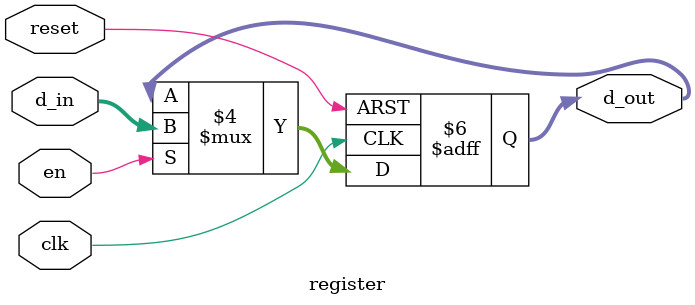
<source format=v>
module register (
	input wire reset,
	input wire clk,
	input wire [15:0] d_in,
	input wire en,
	output reg [15:0] d_out 
);

always @(posedge clk or posedge reset) begin
	if (reset == 1) begin
		d_out <= 16'd1111;
	end 
	else if (en == 1) begin
		d_out <= d_in;
	end
end 

endmodule

</source>
